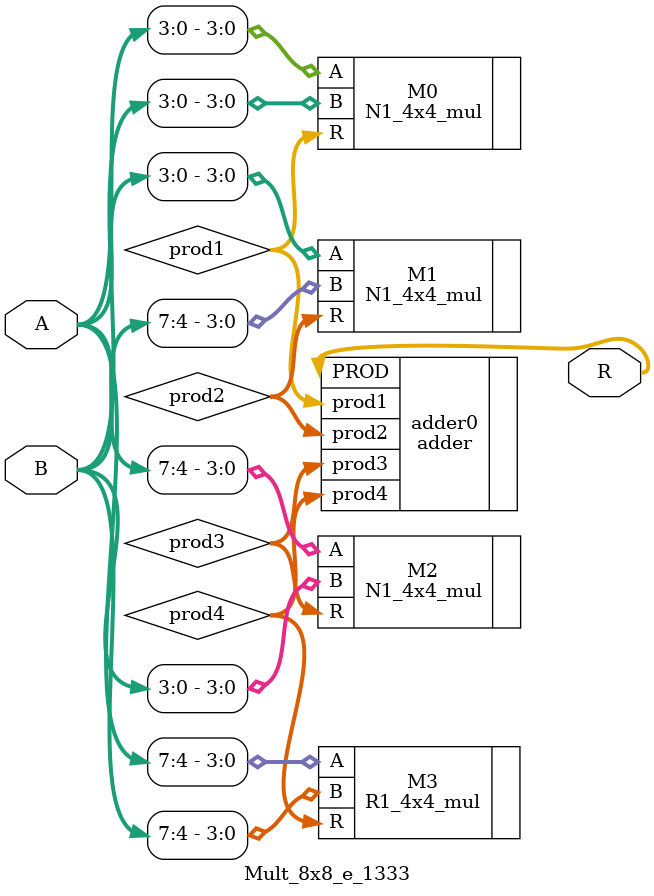
<source format=v>
module Mult_8x8_e_1333(
input [7:0] A,
input [7:0] B,
output [15:0]R
);
wire [7:0]prod1;
wire [7:0]prod2;
wire [7:0]prod3;
wire [7:0]prod4;

N1_4x4_mul M0(.A(A[3:0]),.B(B[3:0]),.R(prod1));
N1_4x4_mul M1(.A(A[3:0]),.B(B[7:4]),.R(prod2));
N1_4x4_mul M2(.A(A[7:4]),.B(B[3:0]),.R(prod3));
R1_4x4_mul M3(.A(A[7:4]),.B(B[7:4]),.R(prod4));
adder adder0(.prod1(prod1),.prod2(prod2),.prod3(prod3),.prod4(prod4),.PROD(R));
endmodule

</source>
